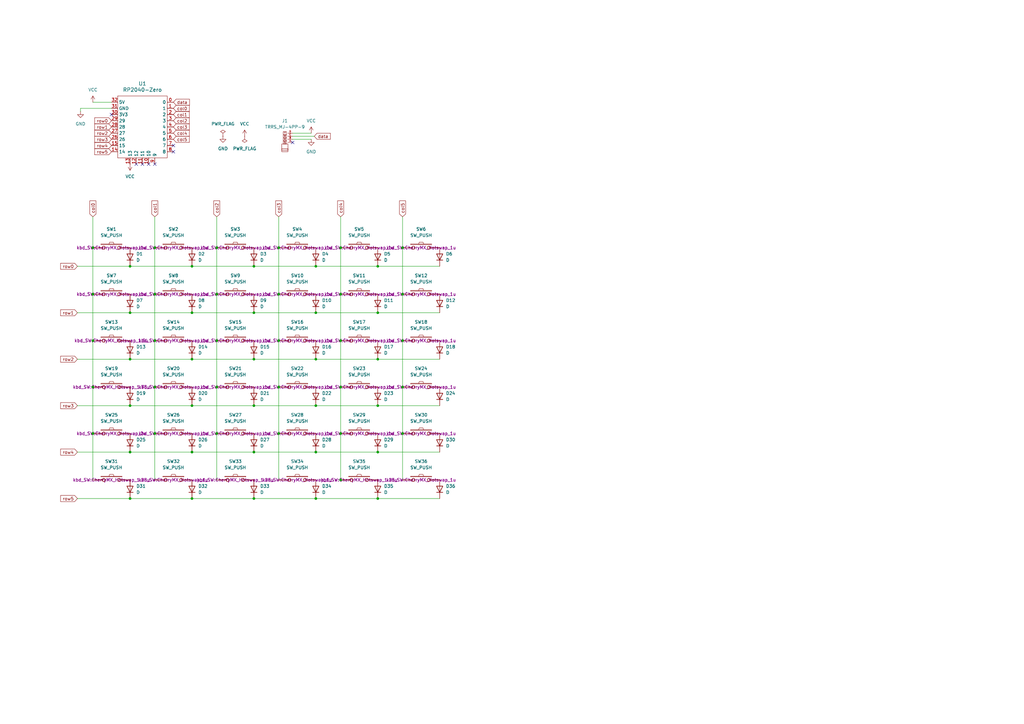
<source format=kicad_sch>
(kicad_sch (version 20231120) (generator "eeschema") (generator_version "8.0")
  (paper "A3")
  (lib_symbols
    (symbol "Device:D" (pin_numbers hide) (pin_names (offset 1.016) hide)
      (property "Reference" "D" (at 0 2.54 0))
      (property "Value" "D" (at 0 -2.54 0))
      (symbol "D_0_1"
        (polyline (pts (xy -1.27 1.27) (xy -1.27 -1.27)) (stroke (width 0.254)))
        (polyline (pts (xy 1.27 0) (xy -1.27 0)))
        (polyline (pts (xy 1.27 1.27) (xy 1.27 -1.27) (xy -1.27 0) (xy 1.27 1.27)) (stroke (width 0.254)))
      )
      (symbol "D_1_1"
        (pin passive line (at -3.81 0 0) (length 2.54) (name "K") (number "1"))
        (pin passive line (at 3.81 0 180) (length 2.54) (name "A") (number "2"))
      )
    )
    (symbol "Salicylic_kbd:TRRS_MJ-4PP-9" (pin_names (offset 1.016))
      (property "Reference" "J" (at 0 5.08 0))
      (property "Value" "TRRS_MJ-4PP-9" (at 0 -6.985 0))
      (symbol "TRRS_MJ-4PP-9_0_0"
        (text "R" (at 0 0 0) (effects (font (size 0.6096 0.6096))))
        (text "R" (at 0 1.27 0) (effects (font (size 0.6096 0.6096))))
        (text "S" (at 0 -1.27 0) (effects (font (size 0.6096 0.6096))))
        (text "T" (at 0 2.54 0) (effects (font (size 0.6096 0.6096))))
      )
      (symbol "TRRS_MJ-4PP-9_0_1"
        (rectangle (start -1.27 -3.81) (end 1.27 -4.445))
        (rectangle (start -1.27 -1.905) (end 1.27 -5.08))
        (rectangle (start -0.635 -0.635) (end 0.635 -1.905))
        (rectangle (start -0.635 0.635) (end 0.635 -0.635))
        (rectangle (start -0.635 1.905) (end 0.635 0.635))
        (rectangle (start -0.635 3.175) (end 0.635 1.905))
      )
      (symbol "TRRS_MJ-4PP-9_1_1"
        (pin input line (at 3.175 -1.27 180) (length 2.0066) (name "~") (number "A"))
        (pin input line (at 3.175 0 180) (length 2.0066) (name "~") (number "B"))
        (pin input line (at 3.175 1.27 180) (length 2.0066) (name "~") (number "C"))
        (pin input line (at 3.175 2.54 180) (length 2.0066) (name "~") (number "D"))
      )
    )
    (symbol "isw-mcu:RP2040-Zero"
      (property "Reference" "U" (at 0 17.78 0))
      (property "Value" "RP2040-Zero" (at 0 15.24 0))
      (symbol "RP2040-Zero_0_1"
        (rectangle (start -10.16 12.7) (end 10.16 -12.7))
      )
      (symbol "RP2040-Zero_1_1"
        (pin tri_state line (at 12.7 10.16 180) (length 2.54) (name "0") (number "0"))
        (pin bidirectional line (at 12.7 7.62 180) (length 2.54) (name "1") (number "1"))
        (pin bidirectional line (at 2.54 -15.24 90) (length 2.54) (name "10") (number "10"))
        (pin bidirectional line (at 0 -15.24 90) (length 2.54) (name "11") (number "11"))
        (pin bidirectional line (at -2.54 -15.24 90) (length 2.54) (name "12") (number "12"))
        (pin bidirectional line (at -5.08 -15.24 90) (length 2.54) (name "13") (number "13"))
        (pin bidirectional line (at -12.7 -10.16 0) (length 2.54) (name "14") (number "14"))
        (pin bidirectional line (at -12.7 -7.62 0) (length 2.54) (name "15") (number "15"))
        (pin bidirectional line (at 12.7 5.08 180) (length 2.54) (name "2") (number "2"))
        (pin bidirectional line (at -12.7 -5.08 0) (length 2.54) (name "26") (number "26"))
        (pin bidirectional line (at -12.7 -2.54 0) (length 2.54) (name "27") (number "27"))
        (pin bidirectional line (at -12.7 0 0) (length 2.54) (name "28") (number "28"))
        (pin bidirectional line (at -12.7 2.54 0) (length 2.54) (name "29") (number "29"))
        (pin bidirectional line (at 12.7 2.54 180) (length 2.54) (name "3") (number "3"))
        (pin power_out line (at -12.7 5.08 0) (length 2.54) (name "3V3") (number "30"))
        (pin power_in line (at -12.7 7.62 0) (length 2.54) (name "GND") (number "31"))
        (pin power_out line (at -12.7 10.16 0) (length 2.54) (name "5V") (number "32"))
        (pin bidirectional line (at 12.7 0 180) (length 2.54) (name "4") (number "4"))
        (pin bidirectional line (at 12.7 -2.54 180) (length 2.54) (name "5") (number "5"))
        (pin bidirectional line (at 12.7 -5.08 180) (length 2.54) (name "6") (number "6"))
        (pin bidirectional line (at 12.7 -7.62 180) (length 2.54) (name "7") (number "7"))
        (pin bidirectional line (at 12.7 -10.16 180) (length 2.54) (name "8") (number "8"))
        (pin bidirectional line (at 5.08 -15.24 90) (length 2.54) (name "9") (number "9"))
      )
    )
    (symbol "kbd:SW_PUSH" (pin_numbers hide) (pin_names (offset 1.016) hide)
      (property "Reference" "SW" (at 3.81 2.794 0))
      (property "Value" "SW_PUSH" (at 0 -2.032 0))
      (symbol "SW_PUSH_0_1"
        (rectangle (start -4.318 1.27) (end 4.318 1.524))
        (polyline (pts (xy -1.016 1.524) (xy -0.762 2.286) (xy 0.762 2.286) (xy 1.016 1.524)))
        (pin passive inverted (at -7.62 0 0) (length 5.08) (name "1") (number "1"))
        (pin passive inverted (at 7.62 0 180) (length 5.08) (name "2") (number "2"))
      )
    )
    (symbol "power:GND" (power) (pin_numbers hide) (pin_names (offset 0) hide)
      (property "Value" "GND" (at 0 -3.81 0))
      (symbol "GND_0_1"
        (polyline (pts (xy 0 0) (xy 0 -1.27) (xy 1.27 -1.27) (xy 0 -2.54) (xy -1.27 -1.27) (xy 0 -1.27)))
      )
      (symbol "GND_1_1"
        (pin power_in line (at 0 0 270) (length 0) (name "~") (number "1"))
      )
    )
    (symbol "power:PWR_FLAG" (power) (pin_numbers hide) (pin_names (offset 0) hide)
      (property "Value" "PWR_FLAG" (at 0 3.81 0))
      (symbol "PWR_FLAG_0_0"
        (pin power_out line (at 0 0 90) (length 0) (name "~") (number "1"))
      )
      (symbol "PWR_FLAG_0_1"
        (polyline (pts (xy 0 0) (xy 0 1.27) (xy -1.016 1.905) (xy 0 2.54) (xy 1.016 1.905) (xy 0 1.27)))
      )
    )
    (symbol "power:VCC" (power) (pin_numbers hide) (pin_names (offset 0) hide)
      (property "Value" "VCC" (at 0 3.556 0))
      (symbol "VCC_0_1"
        (polyline (pts (xy -0.762 1.27) (xy 0 2.54)))
        (polyline (pts (xy 0 0) (xy 0 2.54)))
        (polyline (pts (xy 0 2.54) (xy 0.762 1.27)))
      )
      (symbol "VCC_1_1"
        (pin power_in line (at 0 0 90) (length 0) (name "~") (number "1"))
      )
    )
  )
  (junction (at 114.3 139.7))
  (junction (at 104.14 166.37))
  (junction (at 104.14 147.32))
  (junction (at 53.34 128.27))
  (junction (at 88.9 177.8))
  (junction (at 104.14 185.42))
  (junction (at 114.3 177.8))
  (junction (at 53.34 147.32))
  (junction (at 165.1 177.8))
  (junction (at 165.1 120.65))
  (junction (at 139.7 120.65))
  (junction (at 53.34 185.42))
  (junction (at 78.74 185.42))
  (junction (at 88.9 139.7))
  (junction (at 165.1 101.6))
  (junction (at 154.94 109.22))
  (junction (at 154.94 166.37))
  (junction (at 154.94 147.32))
  (junction (at 78.74 166.37))
  (junction (at 38.1 177.8))
  (junction (at 88.9 101.6))
  (junction (at 129.54 204.47))
  (junction (at 78.74 147.32))
  (junction (at 139.7 158.75))
  (junction (at 78.74 128.27))
  (junction (at 139.7 139.7))
  (junction (at 63.5 177.8))
  (junction (at 139.7 101.6))
  (junction (at 63.5 158.75))
  (junction (at 53.34 166.37))
  (junction (at 63.5 139.7))
  (junction (at 53.34 109.22))
  (junction (at 104.14 128.27))
  (junction (at 129.54 128.27))
  (junction (at 104.14 109.22))
  (junction (at 63.5 101.6))
  (junction (at 114.3 120.65))
  (junction (at 139.7 196.85))
  (junction (at 88.9 158.75))
  (junction (at 129.54 147.32))
  (junction (at 154.94 204.47))
  (junction (at 104.14 204.47))
  (junction (at 88.9 120.65))
  (junction (at 154.94 128.27))
  (junction (at 53.34 204.47))
  (junction (at 129.54 185.42))
  (junction (at 165.1 139.7))
  (junction (at 78.74 204.47))
  (junction (at 63.5 120.65))
  (junction (at 38.1 139.7))
  (junction (at 38.1 120.65))
  (junction (at 38.1 158.75))
  (junction (at 114.3 101.6))
  (junction (at 114.3 158.75))
  (junction (at 38.1 101.6))
  (junction (at 78.74 109.22))
  (junction (at 154.94 185.42))
  (junction (at 129.54 166.37))
  (junction (at 129.54 109.22))
  (junction (at 165.1 158.75))
  (junction (at 139.7 177.8))
  (no_connect (at 71.12 62.23))
  (no_connect (at 60.96 67.31))
  (no_connect (at 120.015 58.42))
  (no_connect (at 45.72 46.99))
  (no_connect (at 55.88 67.31))
  (no_connect (at 58.42 67.31))
  (no_connect (at 63.5 67.31))
  (no_connect (at 71.12 59.69))
  (wire (pts (xy 114.3 101.6) (xy 114.3 120.65)))
  (wire (pts (xy 38.1 177.8) (xy 38.1 196.85)))
  (wire (pts (xy 139.7 88.9) (xy 139.7 101.6)))
  (wire (pts (xy 129.54 166.37) (xy 154.94 166.37)))
  (wire (pts (xy 129.54 128.27) (xy 154.94 128.27)))
  (wire (pts (xy 78.74 166.37) (xy 104.14 166.37)))
  (wire (pts (xy 104.14 147.32) (xy 129.54 147.32)))
  (wire (pts (xy 129.54 185.42) (xy 154.94 185.42)))
  (wire (pts (xy 165.1 158.75) (xy 165.1 177.8)))
  (wire (pts (xy 129.54 147.32) (xy 154.94 147.32)))
  (wire (pts (xy 53.34 185.42) (xy 78.74 185.42)))
  (wire (pts (xy 53.34 204.47) (xy 78.74 204.47)))
  (wire (pts (xy 165.1 88.9) (xy 165.1 101.6)))
  (wire (pts (xy 139.7 177.8) (xy 139.7 196.85)))
  (wire (pts (xy 88.9 177.8) (xy 88.9 196.85)))
  (wire (pts (xy 104.14 128.27) (xy 129.54 128.27)))
  (wire (pts (xy 31.75 128.27) (xy 53.34 128.27)))
  (wire (pts (xy 88.9 88.9) (xy 88.9 101.6)))
  (wire (pts (xy 114.3 177.8) (xy 114.3 196.85)))
  (wire (pts (xy 53.34 128.27) (xy 78.74 128.27)))
  (wire (pts (xy 165.1 101.6) (xy 165.1 120.65)))
  (wire (pts (xy 31.75 147.32) (xy 53.34 147.32)))
  (wire (pts (xy 53.34 166.37) (xy 78.74 166.37)))
  (wire (pts (xy 139.7 196.85) (xy 140.97 196.85)))
  (wire (pts (xy 38.1 158.75) (xy 38.1 177.8)))
  (wire (pts (xy 104.14 185.42) (xy 129.54 185.42)))
  (wire (pts (xy 78.74 109.22) (xy 104.14 109.22)))
  (wire (pts (xy 78.74 185.42) (xy 104.14 185.42)))
  (wire (pts (xy 165.1 120.65) (xy 165.1 139.7)))
  (wire (pts (xy 129.54 204.47) (xy 154.94 204.47)))
  (wire (pts (xy 88.9 139.7) (xy 88.9 158.75)))
  (wire (pts (xy 154.94 109.22) (xy 180.34 109.22)))
  (wire (pts (xy 31.75 204.47) (xy 53.34 204.47)))
  (wire (pts (xy 78.74 128.27) (xy 104.14 128.27)))
  (wire (pts (xy 120.015 57.15) (xy 127.635 57.15)))
  (wire (pts (xy 63.5 88.9) (xy 63.5 101.6)))
  (wire (pts (xy 33.02 44.45) (xy 45.72 44.45)))
  (wire (pts (xy 63.5 139.7) (xy 63.5 158.75)))
  (wire (pts (xy 139.7 101.6) (xy 139.7 120.65)))
  (wire (pts (xy 88.9 101.6) (xy 88.9 120.65)))
  (wire (pts (xy 63.5 120.65) (xy 63.5 139.7)))
  (wire (pts (xy 154.94 128.27) (xy 180.34 128.27)))
  (wire (pts (xy 63.5 158.75) (xy 63.5 177.8)))
  (wire (pts (xy 129.54 109.22) (xy 154.94 109.22)))
  (wire (pts (xy 154.94 185.42) (xy 180.34 185.42)))
  (wire (pts (xy 78.74 204.47) (xy 104.14 204.47)))
  (wire (pts (xy 38.1 120.65) (xy 38.1 139.7)))
  (wire (pts (xy 114.3 120.65) (xy 114.3 139.7)))
  (wire (pts (xy 114.3 88.9) (xy 114.3 101.6)))
  (wire (pts (xy 154.94 147.32) (xy 180.34 147.32)))
  (wire (pts (xy 154.94 204.47) (xy 180.34 204.47)))
  (wire (pts (xy 53.34 109.22) (xy 78.74 109.22)))
  (wire (pts (xy 104.14 204.47) (xy 129.54 204.47)))
  (wire (pts (xy 120.015 54.61) (xy 127.635 54.61)))
  (wire (pts (xy 31.75 166.37) (xy 53.34 166.37)))
  (wire (pts (xy 63.5 177.8) (xy 63.5 196.85)))
  (wire (pts (xy 139.7 158.75) (xy 139.7 177.8)))
  (wire (pts (xy 154.94 166.37) (xy 180.34 166.37)))
  (wire (pts (xy 78.74 147.32) (xy 104.14 147.32)))
  (wire (pts (xy 31.75 109.22) (xy 53.34 109.22)))
  (wire (pts (xy 165.1 177.8) (xy 165.1 196.85)))
  (wire (pts (xy 104.14 166.37) (xy 129.54 166.37)))
  (wire (pts (xy 88.9 158.75) (xy 88.9 177.8)))
  (wire (pts (xy 38.1 88.9) (xy 38.1 101.6)))
  (wire (pts (xy 139.7 120.65) (xy 139.7 139.7)))
  (wire (pts (xy 63.5 101.6) (xy 63.5 120.65)))
  (wire (pts (xy 38.1 139.7) (xy 38.1 158.75)))
  (wire (pts (xy 114.3 139.7) (xy 114.3 158.75)))
  (wire (pts (xy 139.7 139.7) (xy 139.7 158.75)))
  (wire (pts (xy 104.14 109.22) (xy 129.54 109.22)))
  (wire (pts (xy 120.015 55.88) (xy 128.905 55.88)))
  (wire (pts (xy 38.1 101.6) (xy 38.1 120.65)))
  (wire (pts (xy 38.1 41.91) (xy 45.72 41.91)))
  (wire (pts (xy 53.34 147.32) (xy 78.74 147.32)))
  (wire (pts (xy 165.1 139.7) (xy 165.1 158.75)))
  (wire (pts (xy 31.75 185.42) (xy 53.34 185.42)))
  (wire (pts (xy 33.02 45.72) (xy 33.02 44.45)))
  (wire (pts (xy 88.9 120.65) (xy 88.9 139.7)))
  (wire (pts (xy 114.3 158.75) (xy 114.3 177.8)))
  (global_label "row2" (shape input) (at 45.72 54.61 180) (property "Intersheetrefs" "${INTERSHEET_REFS}" (effects (hide yes))))
  (global_label "row5" (shape input) (at 45.72 62.23 180) (property "Intersheetrefs" "${INTERSHEET_REFS}" (effects (hide yes))))
  (global_label "data" (shape input) (at 128.905 55.88 0) (property "Intersheetrefs" "${INTERSHEET_REFS}" (effects (hide yes))))
  (global_label "col4" (shape input) (at 139.7 88.9 90) (property "Intersheetrefs" "${INTERSHEET_REFS}" (effects (hide yes))))
  (global_label "row4" (shape input) (at 45.72 59.69 180) (property "Intersheetrefs" "${INTERSHEET_REFS}" (effects (hide yes))))
  (global_label "row3" (shape input) (at 31.75 166.37 180) (property "Intersheetrefs" "${INTERSHEET_REFS}" (effects (hide yes))))
  (global_label "row5" (shape input) (at 31.75 204.47 180) (property "Intersheetrefs" "${INTERSHEET_REFS}" (effects (hide yes))))
  (global_label "col2" (shape input) (at 71.12 49.53 0) (property "Intersheetrefs" "${INTERSHEET_REFS}" (effects (hide yes))))
  (global_label "col0" (shape input) (at 38.1 88.9 90) (property "Intersheetrefs" "${INTERSHEET_REFS}" (effects (hide yes))))
  (global_label "row2" (shape input) (at 31.75 147.32 180) (property "Intersheetrefs" "${INTERSHEET_REFS}" (effects (hide yes))))
  (global_label "row1" (shape input) (at 45.72 52.07 180) (property "Intersheetrefs" "${INTERSHEET_REFS}" (effects (hide yes))))
  (global_label "col3" (shape input) (at 114.3 88.9 90) (property "Intersheetrefs" "${INTERSHEET_REFS}" (effects (hide yes))))
  (global_label "row3" (shape input) (at 45.72 57.15 180) (property "Intersheetrefs" "${INTERSHEET_REFS}" (effects (hide yes))))
  (global_label "col1" (shape input) (at 63.5 88.9 90) (property "Intersheetrefs" "${INTERSHEET_REFS}" (effects (hide yes))))
  (global_label "col5" (shape input) (at 165.1 88.9 90) (property "Intersheetrefs" "${INTERSHEET_REFS}" (effects (hide yes))))
  (global_label "col0" (shape input) (at 71.12 44.45 0) (property "Intersheetrefs" "${INTERSHEET_REFS}" (effects (hide yes))))
  (global_label "col4" (shape input) (at 71.12 54.61 0) (property "Intersheetrefs" "${INTERSHEET_REFS}" (effects (hide yes))))
  (global_label "col3" (shape input) (at 71.12 52.07 0) (property "Intersheetrefs" "${INTERSHEET_REFS}" (effects (hide yes))))
  (global_label "col5" (shape input) (at 71.12 57.15 0) (property "Intersheetrefs" "${INTERSHEET_REFS}" (effects (hide yes))))
  (global_label "row0" (shape input) (at 45.72 49.53 180) (property "Intersheetrefs" "${INTERSHEET_REFS}" (effects (hide yes))))
  (global_label "row4" (shape input) (at 31.75 185.42 180) (property "Intersheetrefs" "${INTERSHEET_REFS}" (effects (hide yes))))
  (global_label "data" (shape input) (at 71.12 41.91 0) (property "Intersheetrefs" "${INTERSHEET_REFS}" (effects (hide yes))))
  (global_label "row1" (shape input) (at 31.75 128.27 180) (property "Intersheetrefs" "${INTERSHEET_REFS}" (effects (hide yes))))
  (global_label "col2" (shape input) (at 88.9 88.9 90) (property "Intersheetrefs" "${INTERSHEET_REFS}" (effects (hide yes))))
  (global_label "col1" (shape input) (at 71.12 46.99 0) (property "Intersheetrefs" "${INTERSHEET_REFS}" (effects (hide yes))))
  (global_label "row0" (shape input) (at 31.75 109.22 180) (property "Intersheetrefs" "${INTERSHEET_REFS}" (effects (hide yes))))
  (symbol (lib_id "kbd:SW_PUSH") (at 45.72 177.8 0) (unit 1)
    (property "Reference" "SW25" (at 45.72 170.18 0))
    (property "Value" "SW_PUSH" (at 45.72 172.72 0))
    (property "Footprint" "kbd_SW:CherryMX_Hotswap_2u" (at 45.72 177.8 0))
  )
  (symbol (lib_id "Device:D") (at 129.54 200.66 90) (unit 1)
    (property "Reference" "D34" (at 132.08 199.3899 90) (effects (justify right)))
    (property "Value" "D" (at 132.08 201.9299 90) (effects (justify right)))
    (property "Footprint" "kbd_Parts:Diode_SMD" (effects (hide yes)))
    (property "Description" "Diode" (effects (hide yes)))
    (property "Sim.Device" "D" (effects (hide yes)))
    (property "Sim.Pins" "1=K 2=A" (effects (hide yes)))
  )
  (symbol (lib_id "Device:D") (at 180.34 124.46 90) (unit 1)
    (property "Reference" "D12" (at 182.88 123.1899 90) (effects (justify right)))
    (property "Value" "D" (at 182.88 125.7299 90) (effects (justify right)))
    (property "Footprint" "kbd_Parts:Diode_SMD" (effects (hide yes)))
    (property "Description" "Diode" (effects (hide yes)))
    (property "Sim.Device" "D" (effects (hide yes)))
    (property "Sim.Pins" "1=K 2=A" (effects (hide yes)))
  )
  (symbol (lib_id "kbd:SW_PUSH") (at 172.72 177.8 0) (unit 1)
    (property "Reference" "SW30" (at 172.72 170.18 0))
    (property "Value" "SW_PUSH" (at 172.72 172.72 0))
    (property "Footprint" "kbd_SW:CherryMX_Hotswap_1u" (at 172.72 177.8 0))
  )
  (symbol (lib_id "power:GND") (at 33.02 45.72 0) (unit 1)
    (property "Reference" "#PWR04" (effects (hide yes)))
    (property "Value" "GND" (at 33.02 50.8 0))
    (property "Description" "Power symbol creates a global label with name \"GND\" , ground" (effects (hide yes)))
  )
  (symbol (lib_id "Device:D") (at 129.54 124.46 90) (unit 1)
    (property "Reference" "D10" (at 132.08 123.1899 90) (effects (justify right)))
    (property "Value" "D" (at 132.08 125.7299 90) (effects (justify right)))
    (property "Footprint" "kbd_Parts:Diode_SMD" (effects (hide yes)))
    (property "Description" "Diode" (effects (hide yes)))
    (property "Sim.Device" "D" (effects (hide yes)))
    (property "Sim.Pins" "1=K 2=A" (effects (hide yes)))
  )
  (symbol (lib_id "Device:D") (at 154.94 162.56 90) (unit 1)
    (property "Reference" "D23" (at 157.48 161.2899 90) (effects (justify right)))
    (property "Value" "D" (at 157.48 163.8299 90) (effects (justify right)))
    (property "Footprint" "kbd_Parts:Diode_SMD" (effects (hide yes)))
    (property "Description" "Diode" (effects (hide yes)))
    (property "Sim.Device" "D" (effects (hide yes)))
    (property "Sim.Pins" "1=K 2=A" (effects (hide yes)))
  )
  (symbol (lib_id "Device:D") (at 180.34 105.41 90) (unit 1)
    (property "Reference" "D6" (at 182.88 104.1399 90) (effects (justify right)))
    (property "Value" "D" (at 182.88 106.6799 90) (effects (justify right)))
    (property "Footprint" "kbd_Parts:Diode_SMD" (effects (hide yes)))
    (property "Description" "Diode" (effects (hide yes)))
    (property "Sim.Device" "D" (effects (hide yes)))
    (property "Sim.Pins" "1=K 2=A" (effects (hide yes)))
  )
  (symbol (lib_id "Device:D") (at 78.74 200.66 90) (unit 1)
    (property "Reference" "D32" (at 81.28 199.3899 90) (effects (justify right)))
    (property "Value" "D" (at 81.28 201.9299 90) (effects (justify right)))
    (property "Footprint" "kbd_Parts:Diode_SMD" (effects (hide yes)))
    (property "Description" "Diode" (effects (hide yes)))
    (property "Sim.Device" "D" (effects (hide yes)))
    (property "Sim.Pins" "1=K 2=A" (effects (hide yes)))
  )
  (symbol (lib_id "Salicylic_kbd:TRRS_MJ-4PP-9") (at 116.84 57.15 0) (unit 1)
    (property "Reference" "J1" (at 116.84 49.53 0))
    (property "Value" "TRRS_MJ-4PP-9" (at 116.84 52.07 0))
    (property "Footprint" "kbd_Parts:TRRS_MJ-4PP-9" (effects (hide yes)))
  )
  (symbol (lib_id "kbd:SW_PUSH") (at 121.92 177.8 0) (unit 1)
    (property "Reference" "SW28" (at 121.92 170.18 0))
    (property "Value" "SW_PUSH" (at 121.92 172.72 0))
    (property "Footprint" "kbd_SW:CherryMX_Hotswap_1u" (at 121.92 177.8 0))
  )
  (symbol (lib_id "Device:D") (at 104.14 162.56 90) (unit 1)
    (property "Reference" "D21" (at 106.68 161.2899 90) (effects (justify right)))
    (property "Value" "D" (at 106.68 163.8299 90) (effects (justify right)))
    (property "Footprint" "kbd_Parts:Diode_SMD" (effects (hide yes)))
    (property "Description" "Diode" (effects (hide yes)))
    (property "Sim.Device" "D" (effects (hide yes)))
    (property "Sim.Pins" "1=K 2=A" (effects (hide yes)))
  )
  (symbol (lib_id "kbd:SW_PUSH") (at 45.72 196.85 0) (unit 1)
    (property "Reference" "SW31" (at 45.72 189.23 0))
    (property "Value" "SW_PUSH" (at 45.72 191.77 0))
    (property "Footprint" "kbd_SW:CherryMX_Hotswap_1.25u" (at 45.72 196.85 0))
  )
  (symbol (lib_id "Device:D") (at 180.34 143.51 90) (unit 1)
    (property "Reference" "D18" (at 182.88 142.2399 90) (effects (justify right)))
    (property "Value" "D" (at 182.88 144.7799 90) (effects (justify right)))
    (property "Footprint" "kbd_Parts:Diode_SMD" (effects (hide yes)))
    (property "Description" "Diode" (effects (hide yes)))
    (property "Sim.Device" "D" (effects (hide yes)))
    (property "Sim.Pins" "1=K 2=A" (effects (hide yes)))
  )
  (symbol (lib_id "power:GND") (at 127.635 57.15 0) (unit 1)
    (property "Reference" "#PWR07" (effects (hide yes)))
    (property "Value" "GND" (at 127.635 62.23 0))
    (property "Description" "Power symbol creates a global label with name \"GND\" , ground" (effects (hide yes)))
  )
  (symbol (lib_id "Device:D") (at 78.74 124.46 90) (unit 1)
    (property "Reference" "D8" (at 81.28 123.1899 90) (effects (justify right)))
    (property "Value" "D" (at 81.28 125.7299 90) (effects (justify right)))
    (property "Footprint" "kbd_Parts:Diode_SMD" (effects (hide yes)))
    (property "Description" "Diode" (effects (hide yes)))
    (property "Sim.Device" "D" (effects (hide yes)))
    (property "Sim.Pins" "1=K 2=A" (effects (hide yes)))
  )
  (symbol (lib_id "kbd:SW_PUSH") (at 121.92 101.6 0) (unit 1)
    (property "Reference" "SW4" (at 121.92 93.98 0))
    (property "Value" "SW_PUSH" (at 121.92 96.52 0))
    (property "Footprint" "kbd_SW:CherryMX_Hotswap_1u" (at 121.92 101.6 0))
  )
  (symbol (lib_id "Device:D") (at 53.34 162.56 90) (unit 1)
    (property "Reference" "D19" (at 55.88 161.2899 90) (effects (justify right)))
    (property "Value" "D" (at 55.88 163.8299 90) (effects (justify right)))
    (property "Footprint" "kbd_Parts:Diode_SMD" (effects (hide yes)))
    (property "Description" "Diode" (effects (hide yes)))
    (property "Sim.Device" "D" (effects (hide yes)))
    (property "Sim.Pins" "1=K 2=A" (effects (hide yes)))
  )
  (symbol (lib_id "kbd:SW_PUSH") (at 121.92 120.65 0) (unit 1)
    (property "Reference" "SW10" (at 121.92 113.03 0))
    (property "Value" "SW_PUSH" (at 121.92 115.57 0))
    (property "Footprint" "kbd_SW:CherryMX_Hotswap_1u" (at 121.92 120.65 0))
  )
  (symbol (lib_id "kbd:SW_PUSH") (at 96.52 101.6 0) (unit 1)
    (property "Reference" "SW3" (at 96.52 93.98 0))
    (property "Value" "SW_PUSH" (at 96.52 96.52 0))
    (property "Footprint" "kbd_SW:CherryMX_Hotswap_1u" (at 96.52 101.6 0))
  )
  (symbol (lib_id "kbd:SW_PUSH") (at 45.72 139.7 0) (unit 1)
    (property "Reference" "SW13" (at 45.72 132.08 0))
    (property "Value" "SW_PUSH" (at 45.72 134.62 0))
    (property "Footprint" "kbd_SW:CherryMX_Hotswap_1.5u" (at 45.72 139.7 0))
  )
  (symbol (lib_id "power:VCC") (at 100.33 55.88 0) (unit 1)
    (property "Reference" "#PWR01" (effects (hide yes)))
    (property "Value" "VCC" (at 100.33 50.8 0))
    (property "Description" "Power symbol creates a global label with name \"VCC\"" (effects (hide yes)))
  )
  (symbol (lib_id "kbd:SW_PUSH") (at 71.12 177.8 0) (unit 1)
    (property "Reference" "SW26" (at 71.12 170.18 0))
    (property "Value" "SW_PUSH" (at 71.12 172.72 0))
    (property "Footprint" "kbd_SW:CherryMX_Hotswap_1u" (at 71.12 177.8 0))
  )
  (symbol (lib_id "kbd:SW_PUSH") (at 121.92 139.7 0) (unit 1)
    (property "Reference" "SW16" (at 121.92 132.08 0))
    (property "Value" "SW_PUSH" (at 121.92 134.62 0))
    (property "Footprint" "kbd_SW:CherryMX_Hotswap_1u" (at 121.92 139.7 0))
  )
  (symbol (lib_id "Device:D") (at 154.94 143.51 90) (unit 1)
    (property "Reference" "D17" (at 157.48 142.2399 90) (effects (justify right)))
    (property "Value" "D" (at 157.48 144.7799 90) (effects (justify right)))
    (property "Footprint" "kbd_Parts:Diode_SMD" (effects (hide yes)))
    (property "Description" "Diode" (effects (hide yes)))
    (property "Sim.Device" "D" (effects (hide yes)))
    (property "Sim.Pins" "1=K 2=A" (effects (hide yes)))
  )
  (symbol (lib_id "kbd:SW_PUSH") (at 121.92 158.75 0) (unit 1)
    (property "Reference" "SW22" (at 121.92 151.13 0))
    (property "Value" "SW_PUSH" (at 121.92 153.67 0))
    (property "Footprint" "kbd_SW:CherryMX_Hotswap_1u" (at 121.92 158.75 0))
  )
  (symbol (lib_id "kbd:SW_PUSH") (at 172.72 139.7 0) (unit 1)
    (property "Reference" "SW18" (at 172.72 132.08 0))
    (property "Value" "SW_PUSH" (at 172.72 134.62 0))
    (property "Footprint" "kbd_SW:CherryMX_Hotswap_1u" (at 172.72 139.7 0))
  )
  (symbol (lib_id "kbd:SW_PUSH") (at 147.32 120.65 0) (unit 1)
    (property "Reference" "SW11" (at 147.32 113.03 0))
    (property "Value" "SW_PUSH" (at 147.32 115.57 0))
    (property "Footprint" "kbd_SW:CherryMX_Hotswap_1u" (at 147.32 120.65 0))
  )
  (symbol (lib_id "Device:D") (at 129.54 105.41 90) (unit 1)
    (property "Reference" "D4" (at 132.08 104.1399 90) (effects (justify right)))
    (property "Value" "D" (at 132.08 106.6799 90) (effects (justify right)))
    (property "Footprint" "kbd_Parts:Diode_SMD" (effects (hide yes)))
    (property "Description" "Diode" (effects (hide yes)))
    (property "Sim.Device" "D" (effects (hide yes)))
    (property "Sim.Pins" "1=K 2=A" (effects (hide yes)))
  )
  (symbol (lib_id "kbd:SW_PUSH") (at 172.72 158.75 0) (unit 1)
    (property "Reference" "SW24" (at 172.72 151.13 0))
    (property "Value" "SW_PUSH" (at 172.72 153.67 0))
    (property "Footprint" "kbd_SW:CherryMX_Hotswap_1u" (at 172.72 158.75 0))
  )
  (symbol (lib_id "kbd:SW_PUSH") (at 96.52 196.85 0) (unit 1)
    (property "Reference" "SW33" (at 96.52 189.23 0))
    (property "Value" "SW_PUSH" (at 96.52 191.77 0))
    (property "Footprint" "kbd_SW:CherryMX_Hotswap_1.25u" (at 96.52 196.85 0))
  )
  (symbol (lib_id "Device:D") (at 154.94 181.61 90) (unit 1)
    (property "Reference" "D29" (at 157.48 180.3399 90) (effects (justify right)))
    (property "Value" "D" (at 157.48 182.8799 90) (effects (justify right)))
    (property "Footprint" "kbd_Parts:Diode_SMD" (effects (hide yes)))
    (property "Description" "Diode" (effects (hide yes)))
    (property "Sim.Device" "D" (effects (hide yes)))
    (property "Sim.Pins" "1=K 2=A" (effects (hide yes)))
  )
  (symbol (lib_id "Device:D") (at 154.94 200.66 90) (unit 1)
    (property "Reference" "D35" (at 157.48 199.3899 90) (effects (justify right)))
    (property "Value" "D" (at 157.48 201.9299 90) (effects (justify right)))
    (property "Footprint" "kbd_Parts:Diode_SMD" (effects (hide yes)))
    (property "Description" "Diode" (effects (hide yes)))
    (property "Sim.Device" "D" (effects (hide yes)))
    (property "Sim.Pins" "1=K 2=A" (effects (hide yes)))
  )
  (symbol (lib_id "kbd:SW_PUSH") (at 96.52 139.7 0) (unit 1)
    (property "Reference" "SW15" (at 96.52 132.08 0))
    (property "Value" "SW_PUSH" (at 96.52 134.62 0))
    (property "Footprint" "kbd_SW:CherryMX_Hotswap_1u" (at 96.52 139.7 0))
  )
  (symbol (lib_id "Device:D") (at 154.94 105.41 90) (unit 1)
    (property "Reference" "D5" (at 157.48 104.1399 90) (effects (justify right)))
    (property "Value" "D" (at 157.48 106.6799 90) (effects (justify right)))
    (property "Footprint" "kbd_Parts:Diode_SMD" (effects (hide yes)))
    (property "Description" "Diode" (effects (hide yes)))
    (property "Sim.Device" "D" (effects (hide yes)))
    (property "Sim.Pins" "1=K 2=A" (effects (hide yes)))
  )
  (symbol (lib_id "kbd:SW_PUSH") (at 147.32 139.7 0) (unit 1)
    (property "Reference" "SW17" (at 147.32 132.08 0))
    (property "Value" "SW_PUSH" (at 147.32 134.62 0))
    (property "Footprint" "kbd_SW:CherryMX_Hotswap_1u" (at 147.32 139.7 0))
  )
  (symbol (lib_id "kbd:SW_PUSH") (at 147.32 196.85 0) (unit 1)
    (property "Reference" "SW35" (at 147.32 189.23 0))
    (property "Value" "SW_PUSH" (at 147.32 191.77 0))
    (property "Footprint" "kbd_SW:CherryMX_Hotswap_1.25u" (at 147.32 196.85 0))
  )
  (symbol (lib_id "Device:D") (at 104.14 124.46 90) (unit 1)
    (property "Reference" "D9" (at 106.68 123.1899 90) (effects (justify right)))
    (property "Value" "D" (at 106.68 125.7299 90) (effects (justify right)))
    (property "Footprint" "kbd_Parts:Diode_SMD" (effects (hide yes)))
    (property "Description" "Diode" (effects (hide yes)))
    (property "Sim.Device" "D" (effects (hide yes)))
    (property "Sim.Pins" "1=K 2=A" (effects (hide yes)))
  )
  (symbol (lib_id "Device:D") (at 180.34 162.56 90) (unit 1)
    (property "Reference" "D24" (at 182.88 161.2899 90) (effects (justify right)))
    (property "Value" "D" (at 182.88 163.8299 90) (effects (justify right)))
    (property "Footprint" "kbd_Parts:Diode_SMD" (effects (hide yes)))
    (property "Description" "Diode" (effects (hide yes)))
    (property "Sim.Device" "D" (effects (hide yes)))
    (property "Sim.Pins" "1=K 2=A" (effects (hide yes)))
  )
  (symbol (lib_id "Device:D") (at 53.34 200.66 90) (unit 1)
    (property "Reference" "D31" (at 55.88 199.3899 90) (effects (justify right)))
    (property "Value" "D" (at 55.88 201.9299 90) (effects (justify right)))
    (property "Footprint" "kbd_Parts:Diode_SMD" (effects (hide yes)))
    (property "Description" "Diode" (effects (hide yes)))
    (property "Sim.Device" "D" (effects (hide yes)))
    (property "Sim.Pins" "1=K 2=A" (effects (hide yes)))
  )
  (symbol (lib_id "power:PWR_FLAG") (at 91.44 55.88 0) (unit 1)
    (property "Reference" "#FLG02" (effects (hide yes)))
    (property "Value" "PWR_FLAG" (at 91.44 50.8 0))
    (property "Description" "Special symbol for telling ERC where power comes from" (effects (hide yes)))
  )
  (symbol (lib_id "kbd:SW_PUSH") (at 71.12 158.75 0) (unit 1)
    (property "Reference" "SW20" (at 71.12 151.13 0))
    (property "Value" "SW_PUSH" (at 71.12 153.67 0))
    (property "Footprint" "kbd_SW:CherryMX_Hotswap_1u" (at 71.12 158.75 0))
  )
  (symbol (lib_id "kbd:SW_PUSH") (at 71.12 101.6 0) (unit 1)
    (property "Reference" "SW2" (at 71.12 93.98 0))
    (property "Value" "SW_PUSH" (at 71.12 96.52 0))
    (property "Footprint" "kbd_SW:CherryMX_Hotswap_1u" (at 71.12 101.6 0))
  )
  (symbol (lib_id "kbd:SW_PUSH") (at 96.52 158.75 0) (unit 1)
    (property "Reference" "SW21" (at 96.52 151.13 0))
    (property "Value" "SW_PUSH" (at 96.52 153.67 0))
    (property "Footprint" "kbd_SW:CherryMX_Hotswap_1u" (at 96.52 158.75 0))
  )
  (symbol (lib_id "kbd:SW_PUSH") (at 45.72 120.65 0) (unit 1)
    (property "Reference" "SW7" (at 45.72 113.03 0))
    (property "Value" "SW_PUSH" (at 45.72 115.57 0))
    (property "Footprint" "kbd_SW:CherryMX_Hotswap_1u" (at 45.72 120.65 0))
  )
  (symbol (lib_id "kbd:SW_PUSH") (at 71.12 120.65 0) (unit 1)
    (property "Reference" "SW8" (at 71.12 113.03 0))
    (property "Value" "SW_PUSH" (at 71.12 115.57 0))
    (property "Footprint" "kbd_SW:CherryMX_Hotswap_1u" (at 71.12 120.65 0))
  )
  (symbol (lib_id "Device:D") (at 53.34 143.51 90) (unit 1)
    (property "Reference" "D13" (at 55.88 142.2399 90) (effects (justify right)))
    (property "Value" "D" (at 55.88 144.7799 90) (effects (justify right)))
    (property "Footprint" "kbd_Parts:Diode_SMD" (effects (hide yes)))
    (property "Description" "Diode" (effects (hide yes)))
    (property "Sim.Device" "D" (effects (hide yes)))
    (property "Sim.Pins" "1=K 2=A" (effects (hide yes)))
  )
  (symbol (lib_id "Device:D") (at 129.54 143.51 90) (unit 1)
    (property "Reference" "D16" (at 132.08 142.2399 90) (effects (justify right)))
    (property "Value" "D" (at 132.08 144.7799 90) (effects (justify right)))
    (property "Footprint" "kbd_Parts:Diode_SMD" (effects (hide yes)))
    (property "Description" "Diode" (effects (hide yes)))
    (property "Sim.Device" "D" (effects (hide yes)))
    (property "Sim.Pins" "1=K 2=A" (effects (hide yes)))
  )
  (symbol (lib_id "Device:D") (at 104.14 105.41 90) (unit 1)
    (property "Reference" "D3" (at 106.68 104.1399 90) (effects (justify right)))
    (property "Value" "D" (at 106.68 106.6799 90) (effects (justify right)))
    (property "Footprint" "kbd_Parts:Diode_SMD" (effects (hide yes)))
    (property "Description" "Diode" (effects (hide yes)))
    (property "Sim.Device" "D" (effects (hide yes)))
    (property "Sim.Pins" "1=K 2=A" (effects (hide yes)))
  )
  (symbol (lib_id "Device:D") (at 104.14 181.61 90) (unit 1)
    (property "Reference" "D27" (at 106.68 180.3399 90) (effects (justify right)))
    (property "Value" "D" (at 106.68 182.8799 90) (effects (justify right)))
    (property "Footprint" "kbd_Parts:Diode_SMD" (effects (hide yes)))
    (property "Description" "Diode" (effects (hide yes)))
    (property "Sim.Device" "D" (effects (hide yes)))
    (property "Sim.Pins" "1=K 2=A" (effects (hide yes)))
  )
  (symbol (lib_id "kbd:SW_PUSH") (at 96.52 120.65 0) (unit 1)
    (property "Reference" "SW9" (at 96.52 113.03 0))
    (property "Value" "SW_PUSH" (at 96.52 115.57 0))
    (property "Footprint" "kbd_SW:CherryMX_Hotswap_1u" (at 96.52 120.65 0))
  )
  (symbol (lib_id "power:VCC") (at 127.635 54.61 0) (unit 1)
    (property "Reference" "#PWR06" (effects (hide yes)))
    (property "Value" "VCC" (at 127.635 49.53 0))
    (property "Description" "Power symbol creates a global label with name \"VCC\"" (effects (hide yes)))
  )
  (symbol (lib_id "kbd:SW_PUSH") (at 121.92 196.85 0) (unit 1)
    (property "Reference" "SW34" (at 121.92 189.23 0))
    (property "Value" "SW_PUSH" (at 121.92 191.77 0))
    (property "Footprint" "kbd_SW:CherryMX_Hotswap_1u" (at 121.92 196.85 0))
  )
  (symbol (lib_id "kbd:SW_PUSH") (at 147.32 158.75 0) (unit 1)
    (property "Reference" "SW23" (at 147.32 151.13 0))
    (property "Value" "SW_PUSH" (at 147.32 153.67 0))
    (property "Footprint" "kbd_SW:CherryMX_Hotswap_1u" (at 147.32 158.75 0))
  )
  (symbol (lib_id "Device:D") (at 78.74 143.51 90) (unit 1)
    (property "Reference" "D14" (at 81.28 142.2399 90) (effects (justify right)))
    (property "Value" "D" (at 81.28 144.7799 90) (effects (justify right)))
    (property "Footprint" "kbd_Parts:Diode_SMD" (effects (hide yes)))
    (property "Description" "Diode" (effects (hide yes)))
    (property "Sim.Device" "D" (effects (hide yes)))
    (property "Sim.Pins" "1=K 2=A" (effects (hide yes)))
  )
  (symbol (lib_id "kbd:SW_PUSH") (at 96.52 177.8 0) (unit 1)
    (property "Reference" "SW27" (at 96.52 170.18 0))
    (property "Value" "SW_PUSH" (at 96.52 172.72 0))
    (property "Footprint" "kbd_SW:CherryMX_Hotswap_1u" (at 96.52 177.8 0))
  )
  (symbol (lib_id "Device:D") (at 78.74 105.41 90) (unit 1)
    (property "Reference" "D2" (at 81.28 104.1399 90) (effects (justify right)))
    (property "Value" "D" (at 81.28 106.6799 90) (effects (justify right)))
    (property "Footprint" "kbd_Parts:Diode_SMD" (effects (hide yes)))
    (property "Description" "Diode" (effects (hide yes)))
    (property "Sim.Device" "D" (effects (hide yes)))
    (property "Sim.Pins" "1=K 2=A" (effects (hide yes)))
  )
  (symbol (lib_id "kbd:SW_PUSH") (at 71.12 196.85 0) (unit 1)
    (property "Reference" "SW32" (at 71.12 189.23 0))
    (property "Value" "SW_PUSH" (at 71.12 191.77 0))
    (property "Footprint" "kbd_SW:CherryMX_Hotswap_1u" (at 71.12 196.85 0))
  )
  (symbol (lib_id "Device:D") (at 129.54 162.56 90) (unit 1)
    (property "Reference" "D22" (at 132.08 161.2899 90) (effects (justify right)))
    (property "Value" "D" (at 132.08 163.8299 90) (effects (justify right)))
    (property "Footprint" "kbd_Parts:Diode_SMD" (effects (hide yes)))
    (property "Description" "Diode" (effects (hide yes)))
    (property "Sim.Device" "D" (effects (hide yes)))
    (property "Sim.Pins" "1=K 2=A" (effects (hide yes)))
  )
  (symbol (lib_id "Device:D") (at 154.94 124.46 90) (unit 1)
    (property "Reference" "D11" (at 157.48 123.1899 90) (effects (justify right)))
    (property "Value" "D" (at 157.48 125.7299 90) (effects (justify right)))
    (property "Footprint" "kbd_Parts:Diode_SMD" (effects (hide yes)))
    (property "Description" "Diode" (effects (hide yes)))
    (property "Sim.Device" "D" (effects (hide yes)))
    (property "Sim.Pins" "1=K 2=A" (effects (hide yes)))
  )
  (symbol (lib_id "Device:D") (at 53.34 124.46 90) (unit 1)
    (property "Reference" "D7" (at 55.88 123.1899 90) (effects (justify right)))
    (property "Value" "D" (at 55.88 125.7299 90) (effects (justify right)))
    (property "Footprint" "kbd_Parts:Diode_SMD" (effects (hide yes)))
    (property "Description" "Diode" (effects (hide yes)))
    (property "Sim.Device" "D" (effects (hide yes)))
    (property "Sim.Pins" "1=K 2=A" (effects (hide yes)))
  )
  (symbol (lib_id "Device:D") (at 180.34 181.61 90) (unit 1)
    (property "Reference" "D30" (at 182.88 180.3399 90) (effects (justify right)))
    (property "Value" "D" (at 182.88 182.8799 90) (effects (justify right)))
    (property "Footprint" "kbd_Parts:Diode_SMD" (effects (hide yes)))
    (property "Description" "Diode" (effects (hide yes)))
    (property "Sim.Device" "D" (effects (hide yes)))
    (property "Sim.Pins" "1=K 2=A" (effects (hide yes)))
  )
  (symbol (lib_id "kbd:SW_PUSH") (at 172.72 120.65 0) (unit 1)
    (property "Reference" "SW12" (at 172.72 113.03 0))
    (property "Value" "SW_PUSH" (at 172.72 115.57 0))
    (property "Footprint" "kbd_SW:CherryMX_Hotswap_1u" (at 172.72 120.65 0))
  )
  (symbol (lib_id "Device:D") (at 104.14 143.51 90) (unit 1)
    (property "Reference" "D15" (at 106.68 142.2399 90) (effects (justify right)))
    (property "Value" "D" (at 106.68 144.7799 90) (effects (justify right)))
    (property "Footprint" "kbd_Parts:Diode_SMD" (effects (hide yes)))
    (property "Description" "Diode" (effects (hide yes)))
    (property "Sim.Device" "D" (effects (hide yes)))
    (property "Sim.Pins" "1=K 2=A" (effects (hide yes)))
  )
  (symbol (lib_id "power:PWR_FLAG") (at 100.33 55.88 180) (unit 1)
    (property "Reference" "#FLG01" (effects (hide yes)))
    (property "Value" "PWR_FLAG" (at 100.33 60.96 0))
    (property "Description" "Special symbol for telling ERC where power comes from" (effects (hide yes)))
  )
  (symbol (lib_id "kbd:SW_PUSH") (at 172.72 101.6 0) (unit 1)
    (property "Reference" "SW6" (at 172.72 93.98 0))
    (property "Value" "SW_PUSH" (at 172.72 96.52 0))
    (property "Footprint" "kbd_SW:CherryMX_Hotswap_1u" (at 172.72 101.6 0))
  )
  (symbol (lib_id "Device:D") (at 53.34 181.61 90) (unit 1)
    (property "Reference" "D25" (at 55.88 180.3399 90) (effects (justify right)))
    (property "Value" "D" (at 55.88 182.8799 90) (effects (justify right)))
    (property "Footprint" "kbd_Parts:Diode_SMD" (effects (hide yes)))
    (property "Description" "Diode" (effects (hide yes)))
    (property "Sim.Device" "D" (effects (hide yes)))
    (property "Sim.Pins" "1=K 2=A" (effects (hide yes)))
  )
  (symbol (lib_id "Device:D") (at 53.34 105.41 90) (unit 1)
    (property "Reference" "D1" (at 55.88 104.1399 90) (effects (justify right)))
    (property "Value" "D" (at 55.88 106.6799 90) (effects (justify right)))
    (property "Footprint" "kbd_Parts:Diode_SMD" (effects (hide yes)))
    (property "Description" "Diode" (effects (hide yes)))
    (property "Sim.Device" "D" (effects (hide yes)))
    (property "Sim.Pins" "1=K 2=A" (effects (hide yes)))
  )
  (symbol (lib_id "power:GND") (at 91.44 55.88 0) (unit 1)
    (property "Reference" "#PWR05" (effects (hide yes)))
    (property "Value" "GND" (at 91.44 60.96 0))
    (property "Description" "Power symbol creates a global label with name \"GND\" , ground" (effects (hide yes)))
  )
  (symbol (lib_id "isw-mcu:RP2040-Zero") (at 58.42 52.07 0) (unit 1)
    (property "Reference" "U1" (at 58.42 34.29 0) (effects (font (size 1.524 1.524))))
    (property "Value" "RP2040-Zero" (at 58.42 36.83 0) (effects (font (size 1.524 1.524))))
    (property "Footprint" "isw-kbd:RP2040-Zero-THT" (effects (hide yes)))
  )
  (symbol (lib_id "kbd:SW_PUSH") (at 147.32 177.8 0) (unit 1)
    (property "Reference" "SW29" (at 147.32 170.18 0))
    (property "Value" "SW_PUSH" (at 147.32 172.72 0))
    (property "Footprint" "kbd_SW:CherryMX_Hotswap_1u" (at 147.32 177.8 0))
  )
  (symbol (lib_id "Device:D") (at 129.54 181.61 90) (unit 1)
    (property "Reference" "D28" (at 132.08 180.3399 90) (effects (justify right)))
    (property "Value" "D" (at 132.08 182.8799 90) (effects (justify right)))
    (property "Footprint" "kbd_Parts:Diode_SMD" (effects (hide yes)))
    (property "Description" "Diode" (effects (hide yes)))
    (property "Sim.Device" "D" (effects (hide yes)))
    (property "Sim.Pins" "1=K 2=A" (effects (hide yes)))
  )
  (symbol (lib_id "power:VCC") (at 53.34 67.31 180) (unit 1)
    (property "Reference" "#PWR03" (effects (hide yes)))
    (property "Value" "VCC" (at 53.34 72.39 0))
    (property "Description" "Power symbol creates a global label with name \"VCC\"" (effects (hide yes)))
  )
  (symbol (lib_id "kbd:SW_PUSH") (at 147.32 101.6 0) (unit 1)
    (property "Reference" "SW5" (at 147.32 93.98 0))
    (property "Value" "SW_PUSH" (at 147.32 96.52 0))
    (property "Footprint" "kbd_SW:CherryMX_Hotswap_1u" (at 147.32 101.6 0))
  )
  (symbol (lib_id "Device:D") (at 78.74 181.61 90) (unit 1)
    (property "Reference" "D26" (at 81.28 180.3399 90) (effects (justify right)))
    (property "Value" "D" (at 81.28 182.8799 90) (effects (justify right)))
    (property "Footprint" "kbd_Parts:Diode_SMD" (effects (hide yes)))
    (property "Description" "Diode" (effects (hide yes)))
    (property "Sim.Device" "D" (effects (hide yes)))
    (property "Sim.Pins" "1=K 2=A" (effects (hide yes)))
  )
  (symbol (lib_id "Device:D") (at 180.34 200.66 90) (unit 1)
    (property "Reference" "D36" (at 182.88 199.3899 90) (effects (justify right)))
    (property "Value" "D" (at 182.88 201.9299 90) (effects (justify right)))
    (property "Footprint" "kbd_Parts:Diode_SMD" (effects (hide yes)))
    (property "Description" "Diode" (effects (hide yes)))
    (property "Sim.Device" "D" (effects (hide yes)))
    (property "Sim.Pins" "1=K 2=A" (effects (hide yes)))
  )
  (symbol (lib_id "power:VCC") (at 38.1 41.91 0) (unit 1)
    (property "Reference" "#PWR02" (effects (hide yes)))
    (property "Value" "VCC" (at 38.1 36.83 0))
    (property "Description" "Power symbol creates a global label with name \"VCC\"" (effects (hide yes)))
  )
  (symbol (lib_id "kbd:SW_PUSH") (at 45.72 101.6 0) (unit 1)
    (property "Reference" "SW1" (at 45.72 93.98 0))
    (property "Value" "SW_PUSH" (at 45.72 96.52 0))
    (property "Footprint" "kbd_SW:CherryMX_Hotswap_1u" (at 45.72 101.6 0))
  )
  (symbol (lib_id "kbd:SW_PUSH") (at 71.12 139.7 0) (unit 1)
    (property "Reference" "SW14" (at 71.12 132.08 0))
    (property "Value" "SW_PUSH" (at 71.12 134.62 0))
    (property "Footprint" "kbd_SW:CherryMX_Hotswap_1u" (at 71.12 139.7 0))
  )
  (symbol (lib_id "kbd:SW_PUSH") (at 172.72 196.85 0) (unit 1)
    (property "Reference" "SW36" (at 172.72 189.23 0))
    (property "Value" "SW_PUSH" (at 172.72 191.77 0))
    (property "Footprint" "kbd_SW:CherryMX_Hotswap_1u" (at 172.72 196.85 0))
  )
  (symbol (lib_id "Device:D") (at 104.14 200.66 90) (unit 1)
    (property "Reference" "D33" (at 106.68 199.3899 90) (effects (justify right)))
    (property "Value" "D" (at 106.68 201.9299 90) (effects (justify right)))
    (property "Footprint" "kbd_Parts:Diode_SMD" (effects (hide yes)))
    (property "Description" "Diode" (effects (hide yes)))
    (property "Sim.Device" "D" (effects (hide yes)))
    (property "Sim.Pins" "1=K 2=A" (effects (hide yes)))
  )
  (symbol (lib_id "Device:D") (at 78.74 162.56 90) (unit 1)
    (property "Reference" "D20" (at 81.28 161.2899 90) (effects (justify right)))
    (property "Value" "D" (at 81.28 163.8299 90) (effects (justify right)))
    (property "Footprint" "kbd_Parts:Diode_SMD" (effects (hide yes)))
    (property "Description" "Diode" (effects (hide yes)))
    (property "Sim.Device" "D" (effects (hide yes)))
    (property "Sim.Pins" "1=K 2=A" (effects (hide yes)))
  )
  (symbol (lib_id "kbd:SW_PUSH") (at 45.72 158.75 0) (unit 1)
    (property "Reference" "SW19" (at 45.72 151.13 0))
    (property "Value" "SW_PUSH" (at 45.72 153.67 0))
    (property "Footprint" "kbd_SW:CherryMX_Hotswap_1.75u" (at 45.72 158.75 0))
  )
)
</source>
